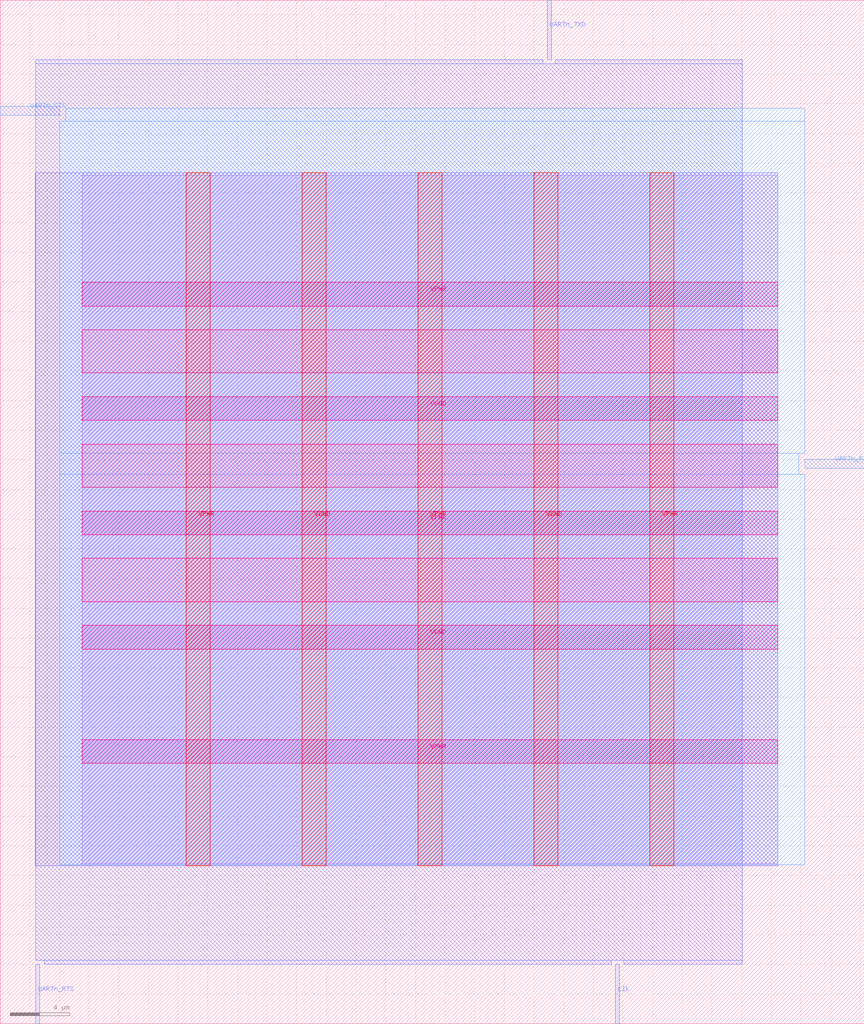
<source format=lef>
VERSION 5.7 ;
  NOWIREEXTENSIONATPIN ON ;
  DIVIDERCHAR "/" ;
  BUSBITCHARS "[]" ;
MACRO uart
  CLASS BLOCK ;
  FOREIGN uart ;
  ORIGIN 0.000 0.000 ;
  SIZE 58.270 BY 68.990 ;
  PIN UARTn_CTS
    DIRECTION INPUT ;
    USE SIGNAL ;
    PORT
      LAYER met3 ;
        RECT 0.000 61.240 4.000 61.840 ;
    END
  END UARTn_CTS
  PIN UARTn_RTS
    DIRECTION OUTPUT TRISTATE ;
    USE SIGNAL ;
    PORT
      LAYER met2 ;
        RECT 2.390 0.000 2.670 4.000 ;
    END
  END UARTn_RTS
  PIN UARTn_RXD
    DIRECTION INPUT ;
    USE SIGNAL ;
    PORT
      LAYER met3 ;
        RECT 54.270 37.440 58.270 38.040 ;
    END
  END UARTn_RXD
  PIN UARTn_TXD
    DIRECTION OUTPUT TRISTATE ;
    USE SIGNAL ;
    PORT
      LAYER met2 ;
        RECT 36.890 64.990 37.170 68.990 ;
    END
  END UARTn_TXD
  PIN clk
    DIRECTION INPUT ;
    USE SIGNAL ;
    PORT
      LAYER met2 ;
        RECT 41.490 0.000 41.770 4.000 ;
    END
  END clk
  PIN VPWR
    DIRECTION INOUT ;
    USE POWER ;
    PORT
      LAYER met4 ;
        RECT 43.820 10.640 45.420 57.360 ;
    END
  END VPWR
  PIN VPWR
    DIRECTION INOUT ;
    USE POWER ;
    PORT
      LAYER met4 ;
        RECT 28.180 10.640 29.780 57.360 ;
    END
  END VPWR
  PIN VPWR
    DIRECTION INOUT ;
    USE POWER ;
    PORT
      LAYER met4 ;
        RECT 12.540 10.640 14.140 57.360 ;
    END
  END VPWR
  PIN VPWR
    DIRECTION INOUT ;
    USE POWER ;
    PORT
      LAYER met5 ;
        RECT 5.520 48.375 52.440 49.975 ;
    END
  END VPWR
  PIN VPWR
    DIRECTION INOUT ;
    USE POWER ;
    PORT
      LAYER met5 ;
        RECT 5.520 32.960 52.440 34.560 ;
    END
  END VPWR
  PIN VPWR
    DIRECTION INOUT ;
    USE POWER ;
    PORT
      LAYER met5 ;
        RECT 5.520 17.545 52.440 19.145 ;
    END
  END VPWR
  PIN VGND
    DIRECTION INOUT ;
    USE GROUND ;
    PORT
      LAYER met4 ;
        RECT 36.000 10.640 37.600 57.360 ;
    END
  END VGND
  PIN VGND
    DIRECTION INOUT ;
    USE GROUND ;
    PORT
      LAYER met4 ;
        RECT 20.360 10.640 21.960 57.360 ;
    END
  END VGND
  PIN VGND
    DIRECTION INOUT ;
    USE GROUND ;
    PORT
      LAYER met5 ;
        RECT 5.520 40.665 52.440 42.265 ;
    END
  END VGND
  PIN VGND
    DIRECTION INOUT ;
    USE GROUND ;
    PORT
      LAYER met5 ;
        RECT 5.520 25.255 52.440 26.855 ;
    END
  END VGND
  OBS
      LAYER li1 ;
        RECT 5.520 10.795 52.440 57.205 ;
      LAYER met1 ;
        RECT 2.370 10.640 52.440 57.360 ;
      LAYER met2 ;
        RECT 2.400 64.710 36.610 64.990 ;
        RECT 37.450 64.710 50.040 64.990 ;
        RECT 2.400 4.280 50.040 64.710 ;
        RECT 2.950 4.000 41.210 4.280 ;
        RECT 42.050 4.000 50.040 4.280 ;
      LAYER met3 ;
        RECT 4.400 60.840 54.270 61.705 ;
        RECT 4.000 38.440 54.270 60.840 ;
        RECT 4.000 37.040 53.870 38.440 ;
        RECT 4.000 10.715 54.270 37.040 ;
      LAYER met5 ;
        RECT 5.520 43.865 52.440 46.775 ;
        RECT 5.520 36.160 52.440 39.065 ;
        RECT 5.520 28.455 52.440 31.360 ;
  END
END uart
END LIBRARY


</source>
